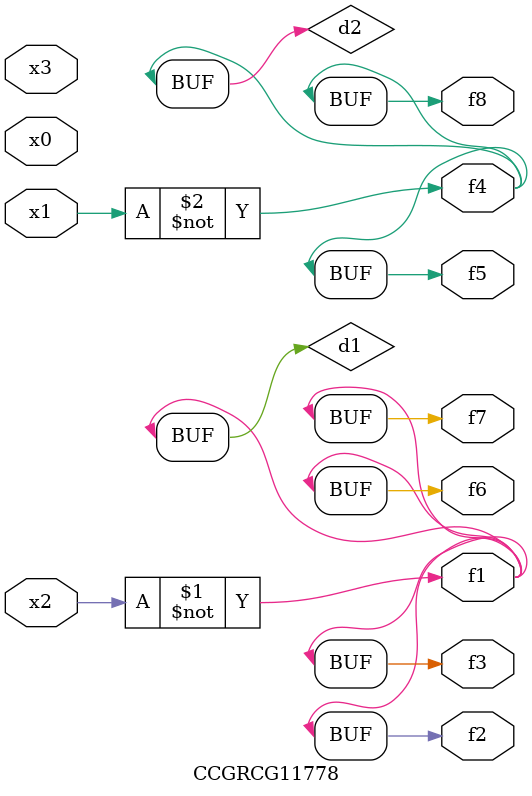
<source format=v>
module CCGRCG11778(
	input x0, x1, x2, x3,
	output f1, f2, f3, f4, f5, f6, f7, f8
);

	wire d1, d2;

	xnor (d1, x2);
	not (d2, x1);
	assign f1 = d1;
	assign f2 = d1;
	assign f3 = d1;
	assign f4 = d2;
	assign f5 = d2;
	assign f6 = d1;
	assign f7 = d1;
	assign f8 = d2;
endmodule

</source>
